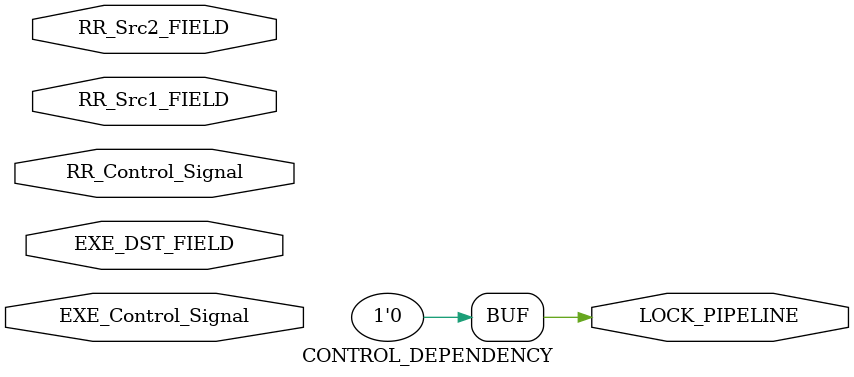
<source format=v>
module	CONTROL_DEPENDENCY (
input			[15:0]	    RR_Control_Signal,
input			[4:0]		RR_Src1_FIELD,
input			[4:0]		RR_Src2_FIELD,
input			[15:0]	    EXE_Control_Signal,
input			[4:0]		EXE_DST_FIELD,
output					    LOCK_PIPELINE
);
/*
// QUE NI SRC NI DST SEA CERO ----- 		NO_ZERO LO CHECA
wire NO_ZERO;
assign NO_ZERO = |EXE_DST_FIELD;

// OP-IMM invalida RR_Src2_FIELD
wire 	VALID_SRC2;
assign 	VALID_SRC2 = ~RR_Control_Signal[1];

// LUI y AUIPC invalida RR_Src1_FIELD y RR_Src2_FIELD
wire 	VALID_SRC_1_2;
assign 	VALID_SRC_1_2 = ~RR_Control_Signal[10];

// LOAD Invalida RR_Src2_FIELD
wire 	RR_IS_LOAD;
assign 	RR_IS_LOAD = (RR_Control_Signal[2] & RR_Control_Signal[3]);

//wire 		IS_STORE;
//assign 	IS_STORE = EXE_Control_Signal[2] & ~EXE_Control_Signal[3];

// QUE EXE_DST NO SEA BRANCH
//wire 		VALID_DST;
//assign 	VALID_DST = ~EXE_Control_Signal[4] & ~IS_STORE;

wire SRC1_DEP,SRC2_DEP;
assign SRC1_DEP = (RR_Src1_FIELD == EXE_DST_FIELD) & NO_ZERO & VALID_SRC_1_2 ; // & VALID_DST ;
assign SRC2_DEP = (RR_Src2_FIELD == EXE_DST_FIELD) & NO_ZERO & VALID_SRC2 & VALID_SRC_1_2  & ~RR_IS_LOAD; // & VALID_DST 

//wire    BUBBLE;
//assign  BUBBLE = RR_IS_LOAD & EXE_IS_LOAD;
// HAZARD BY LOAD
wire 	EXE_IS_LOAD;
assign 	EXE_IS_LOAD = (EXE_Control_Signal[2] & EXE_Control_Signal[3]);

assign LOCK_PIPELINE = (EXE_IS_LOAD & ( SRC1_DEP | SRC2_DEP));    //  | BUBBLE
*/

// CURRENT VERSION PERFORM MEMORY OPERATIONS IN EXECUTION STAGE AND STALL UNTIL IT IS READY, 
// THEN THE INTRUCCTION GO TO WB STAGE, MEANS THAT IF THERE ARE DEPENDENCIES, IT CAN USE THE BYPASS TO SOLVE IT
// WE DONT NEED TO DO PIPELINE STALL

assign LOCK_PIPELINE = 1'b0;

endmodule


</source>
